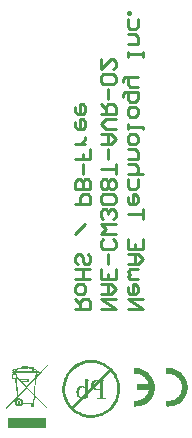
<source format=gbo>
G04 Layer_Color=32896*
%FSLAX25Y25*%
%MOIN*%
G70*
G01*
G75*
%ADD17C,0.01000*%
G36*
X317167Y216647D02*
Y216601D01*
Y216508D01*
Y216416D01*
Y216323D01*
Y216231D01*
Y216184D01*
Y216161D01*
Y215791D01*
Y215444D01*
Y215282D01*
Y215166D01*
Y215097D01*
Y215073D01*
Y214657D01*
Y214472D01*
Y214310D01*
Y214171D01*
Y214078D01*
Y214009D01*
Y213986D01*
Y213824D01*
Y213708D01*
Y213616D01*
Y213569D01*
Y213500D01*
X304509D01*
Y213523D01*
Y213569D01*
Y213755D01*
Y213916D01*
Y213963D01*
Y213986D01*
Y214356D01*
Y214703D01*
Y214865D01*
Y214981D01*
Y215050D01*
Y215073D01*
Y215490D01*
Y215675D01*
Y215837D01*
Y215976D01*
Y216069D01*
Y216138D01*
Y216161D01*
Y216323D01*
Y216462D01*
Y216554D01*
Y216601D01*
Y216647D01*
Y216670D01*
X317167D01*
Y216647D01*
D02*
G37*
G36*
X318000Y234210D02*
X314089Y230138D01*
X313974Y229027D01*
X313719Y226366D01*
X313534Y224445D01*
X317722Y220118D01*
X317445Y219840D01*
X313488Y223890D01*
X313256Y221414D01*
X313141D01*
Y220465D01*
X312261D01*
Y221414D01*
X309531D01*
X309438Y221229D01*
X309299Y221044D01*
X309114Y220835D01*
X308860Y220650D01*
X308559Y220558D01*
X308281Y220535D01*
X308003D01*
X307795Y220604D01*
X307541Y220696D01*
X307332Y220835D01*
X307171Y220997D01*
X307009Y221229D01*
X306893Y221483D01*
X306823Y221715D01*
X306800Y221923D01*
X306823Y222154D01*
X306870Y222340D01*
X306939Y222525D01*
X307032Y222710D01*
X307147Y222872D01*
X307309Y223034D01*
X307494Y223149D01*
X307656Y223219D01*
X307633Y223427D01*
X304162Y219840D01*
X303885Y220141D01*
X307587Y223982D01*
X307286Y227338D01*
X307078Y229767D01*
X305967D01*
Y231318D01*
X306268D01*
X303445Y234210D01*
X303746Y234488D01*
X306384Y231757D01*
Y231966D01*
X306337Y232012D01*
X306268Y232058D01*
X306199Y232128D01*
X306129Y232197D01*
X306083Y232313D01*
X306060Y232405D01*
X306037Y232521D01*
X306060Y232660D01*
X306106Y232752D01*
X306199Y232914D01*
X306314Y233007D01*
X306476Y233076D01*
X306638Y233100D01*
X306800Y233076D01*
X306939Y233030D01*
X307055Y232961D01*
X307101Y232891D01*
X307217Y232984D01*
X307379Y233100D01*
X307587Y233192D01*
X307888Y233308D01*
X308212Y233400D01*
X308536Y233470D01*
X308883Y233539D01*
X309160Y233562D01*
Y233910D01*
X311382D01*
Y233609D01*
X311567D01*
X311845Y233586D01*
X312146Y233539D01*
X312446Y233493D01*
Y233678D01*
X313395D01*
Y233238D01*
X313511Y233169D01*
X313673Y233100D01*
X313835Y233007D01*
X313974Y232914D01*
X314112Y232799D01*
X314205Y232706D01*
X314251Y232637D01*
X314298Y232544D01*
X314275Y232382D01*
X314830D01*
Y231665D01*
X314228D01*
X314136Y230762D01*
X317722Y234488D01*
X318000Y234210D01*
D02*
G37*
G36*
X333068Y236062D02*
X333785Y235969D01*
X334456Y235830D01*
X335104Y235645D01*
X335706Y235437D01*
X336261Y235182D01*
X336793Y234928D01*
X337256Y234673D01*
X337696Y234395D01*
X338066Y234141D01*
X338390Y233910D01*
X338668Y233678D01*
X338899Y233493D01*
X339038Y233354D01*
X339154Y233262D01*
X339177Y233238D01*
X339663Y232683D01*
X340103Y232128D01*
X340496Y231549D01*
X340797Y230971D01*
X341074Y230392D01*
X341306Y229814D01*
X341491Y229281D01*
X341653Y228749D01*
X341769Y228263D01*
X341861Y227800D01*
X341907Y227407D01*
X341954Y227060D01*
X341977Y226782D01*
X342000Y226574D01*
Y226435D01*
Y226412D01*
Y226389D01*
X341977Y225648D01*
X341884Y224954D01*
X341745Y224260D01*
X341560Y223635D01*
X341352Y223034D01*
X341097Y222455D01*
X340843Y221946D01*
X340588Y221460D01*
X340334Y221044D01*
X340079Y220650D01*
X339825Y220326D01*
X339617Y220049D01*
X339432Y219840D01*
X339293Y219678D01*
X339200Y219563D01*
X339177Y219539D01*
X338645Y219054D01*
X338066Y218614D01*
X337488Y218221D01*
X336909Y217920D01*
X336331Y217642D01*
X335775Y217411D01*
X335220Y217226D01*
X334688Y217064D01*
X334202Y216948D01*
X333739Y216855D01*
X333346Y216809D01*
X332998Y216763D01*
X332721Y216740D01*
X332513Y216717D01*
X332328D01*
X331587Y216740D01*
X330893Y216832D01*
X330222Y216971D01*
X329574Y217156D01*
X328972Y217364D01*
X328417Y217619D01*
X327885Y217874D01*
X327422Y218128D01*
X326982Y218383D01*
X326612Y218637D01*
X326288Y218892D01*
X326010Y219100D01*
X325779Y219285D01*
X325640Y219424D01*
X325524Y219516D01*
X325501Y219539D01*
X324992Y220095D01*
X324552Y220650D01*
X324182Y221229D01*
X323858Y221807D01*
X323581Y222386D01*
X323349Y222964D01*
X323164Y223520D01*
X323002Y224029D01*
X322886Y224515D01*
X322794Y224977D01*
X322747Y225371D01*
X322701Y225718D01*
X322678Y225996D01*
X322655Y226204D01*
Y226343D01*
Y226389D01*
X322678Y227130D01*
X322771Y227824D01*
X322909Y228518D01*
X323095Y229143D01*
X323303Y229744D01*
X323557Y230323D01*
X323812Y230832D01*
X324066Y231318D01*
X324344Y231757D01*
X324599Y232128D01*
X324830Y232452D01*
X325061Y232729D01*
X325247Y232961D01*
X325385Y233100D01*
X325478Y233215D01*
X325501Y233238D01*
X326033Y233748D01*
X326612Y234187D01*
X327167Y234557D01*
X327769Y234881D01*
X328324Y235159D01*
X328903Y235390D01*
X329458Y235576D01*
X329967Y235737D01*
X330453Y235853D01*
X330916Y235946D01*
X331309Y235992D01*
X331656Y236038D01*
X331934Y236062D01*
X332142Y236085D01*
X332328D01*
X333068Y236062D01*
D02*
G37*
G36*
X347562Y233366D02*
X348047Y233320D01*
X348487Y233204D01*
X348927Y233088D01*
X349320Y232949D01*
X349713Y232787D01*
X350061Y232625D01*
X350361Y232440D01*
X350662Y232255D01*
X350917Y232093D01*
X351125Y231931D01*
X351310Y231792D01*
X351472Y231677D01*
X351565Y231584D01*
X351634Y231515D01*
X351657Y231491D01*
X351981Y231121D01*
X352282Y230751D01*
X352537Y230381D01*
X352745Y229987D01*
X352930Y229594D01*
X353069Y229224D01*
X353208Y228854D01*
X353300Y228506D01*
X353370Y228183D01*
X353439Y227882D01*
X353462Y227604D01*
X353508Y227373D01*
Y227187D01*
X353532Y227049D01*
Y226956D01*
Y226933D01*
X353508Y226447D01*
X353439Y225984D01*
X353346Y225521D01*
X353231Y225105D01*
X353092Y224688D01*
X352930Y224318D01*
X352768Y223971D01*
X352583Y223647D01*
X352421Y223369D01*
X352259Y223115D01*
X352097Y222907D01*
X351958Y222721D01*
X351819Y222559D01*
X351727Y222467D01*
X351680Y222397D01*
X351657Y222374D01*
X351287Y222050D01*
X350917Y221750D01*
X350523Y221495D01*
X350130Y221287D01*
X349760Y221102D01*
X349366Y220963D01*
X348996Y220824D01*
X348649Y220731D01*
X348325Y220662D01*
X348024Y220593D01*
X347747Y220569D01*
X347515Y220523D01*
X347330D01*
X347191Y220500D01*
X346844D01*
X346636Y220523D01*
X346428D01*
X346451Y222467D01*
X346659Y222444D01*
X346867Y222421D01*
X347076D01*
X347376Y222444D01*
X347654Y222467D01*
X348186Y222583D01*
X348672Y222745D01*
X349089Y222930D01*
X349436Y223092D01*
X349575Y223184D01*
X349690Y223254D01*
X349806Y223323D01*
X349875Y223369D01*
X349899Y223416D01*
X349922D01*
X350338Y223809D01*
X350685Y224249D01*
X350963Y224665D01*
X351171Y225082D01*
X351310Y225429D01*
X351380Y225591D01*
X351426Y225730D01*
X351449Y225822D01*
X351472Y225915D01*
X351495Y225961D01*
Y225984D01*
X347724D01*
Y227905D01*
X351495D01*
X351333Y228460D01*
X351102Y228969D01*
X350847Y229409D01*
X350593Y229779D01*
X350338Y230080D01*
X350130Y230288D01*
X349968Y230427D01*
X349945Y230473D01*
X349922D01*
X349690Y230659D01*
X349436Y230797D01*
X348950Y231052D01*
X348464Y231237D01*
X348024Y231353D01*
X347654Y231422D01*
X347492Y231445D01*
X347353D01*
X347238Y231468D01*
X346844D01*
X346636Y231445D01*
X346474Y231422D01*
X346428D01*
Y233366D01*
X346682Y233389D01*
X347076D01*
X347562Y233366D01*
D02*
G37*
G36*
X358530D02*
X359016Y233320D01*
X359455Y233204D01*
X359895Y233088D01*
X360289Y232949D01*
X360682Y232787D01*
X361029Y232625D01*
X361330Y232440D01*
X361631Y232255D01*
X361885Y232093D01*
X362093Y231931D01*
X362279Y231792D01*
X362440Y231677D01*
X362533Y231584D01*
X362602Y231515D01*
X362626Y231491D01*
X362950Y231121D01*
X363250Y230751D01*
X363505Y230381D01*
X363713Y229987D01*
X363898Y229594D01*
X364037Y229224D01*
X364176Y228854D01*
X364269Y228506D01*
X364338Y228183D01*
X364407Y227882D01*
X364431Y227604D01*
X364477Y227373D01*
Y227187D01*
X364500Y227049D01*
Y226956D01*
Y226933D01*
X364477Y226447D01*
X364407Y225984D01*
X364315Y225521D01*
X364199Y225105D01*
X364060Y224688D01*
X363898Y224318D01*
X363736Y223971D01*
X363551Y223647D01*
X363389Y223369D01*
X363227Y223115D01*
X363065Y222907D01*
X362927Y222721D01*
X362788Y222559D01*
X362695Y222467D01*
X362649Y222397D01*
X362626Y222374D01*
X362255Y222050D01*
X361885Y221750D01*
X361492Y221495D01*
X361098Y221287D01*
X360728Y221102D01*
X360335Y220963D01*
X359965Y220824D01*
X359617Y220731D01*
X359294Y220662D01*
X358993Y220593D01*
X358715Y220569D01*
X358484Y220523D01*
X358298D01*
X358160Y220500D01*
X357812D01*
X357604Y220523D01*
X357396D01*
Y222467D01*
X357627Y222444D01*
X357836Y222421D01*
X358044D01*
X358391Y222444D01*
X358715Y222467D01*
X359039Y222536D01*
X359340Y222629D01*
X359872Y222837D01*
X360335Y223092D01*
X360543Y223207D01*
X360728Y223323D01*
X360867Y223439D01*
X361006Y223531D01*
X361098Y223624D01*
X361168Y223693D01*
X361214Y223716D01*
X361237Y223740D01*
X361469Y223994D01*
X361677Y224272D01*
X361839Y224526D01*
X362001Y224804D01*
X362117Y225082D01*
X362232Y225336D01*
X362394Y225845D01*
X362487Y226285D01*
X362510Y226470D01*
X362533Y226632D01*
X362556Y226748D01*
Y226840D01*
Y226910D01*
Y226933D01*
X362533Y227280D01*
X362510Y227604D01*
X362440Y227928D01*
X362348Y228229D01*
X362140Y228761D01*
X361885Y229224D01*
X361770Y229432D01*
X361654Y229617D01*
X361538Y229756D01*
X361445Y229895D01*
X361353Y229987D01*
X361283Y230057D01*
X361260Y230103D01*
X361237Y230126D01*
X360983Y230358D01*
X360728Y230566D01*
X360451Y230751D01*
X360173Y230913D01*
X359918Y231029D01*
X359641Y231144D01*
X359155Y231306D01*
X358715Y231399D01*
X358507Y231422D01*
X358368Y231445D01*
X358229Y231468D01*
X357812D01*
X357604Y231445D01*
X357442Y231422D01*
X357396D01*
Y233366D01*
X357604Y233389D01*
X358044D01*
X358530Y233366D01*
D02*
G37*
%LPC*%
G36*
X308351Y222640D02*
X308235D01*
X308003Y222617D01*
X307841Y222525D01*
X307703Y222432D01*
X307633Y222293D01*
X307587Y222178D01*
X307541Y222062D01*
Y221969D01*
Y221946D01*
X307564Y221715D01*
X307656Y221553D01*
X307749Y221414D01*
X307888Y221344D01*
X308003Y221298D01*
X308119Y221275D01*
X308212Y221252D01*
X308235D01*
X308466Y221275D01*
X308628Y221368D01*
X308767Y221483D01*
X308837Y221599D01*
X308883Y221738D01*
X308906Y221830D01*
X308929Y221923D01*
Y221946D01*
X308906Y222178D01*
X308813Y222340D01*
X308698Y222478D01*
X308582Y222548D01*
X308443Y222594D01*
X308351Y222640D01*
D02*
G37*
G36*
X312747Y221414D02*
X312655D01*
Y220859D01*
X312747D01*
Y221414D01*
D02*
G37*
G36*
X313395Y232776D02*
Y232382D01*
X313881D01*
Y232452D01*
X313765Y232567D01*
X313627Y232660D01*
X313395Y232776D01*
D02*
G37*
G36*
X306684Y232706D02*
X306661D01*
X306546Y232683D01*
X306476Y232614D01*
X306453Y232521D01*
Y232498D01*
X306476Y232382D01*
X306546Y232336D01*
X306638Y232313D01*
X306661D01*
X306777Y232336D01*
X306823Y232405D01*
X306846Y232475D01*
Y232498D01*
X306823Y232614D01*
X306754Y232683D01*
X306684Y232706D01*
D02*
G37*
G36*
X307147Y230924D02*
X306384D01*
Y230161D01*
X307147D01*
Y230924D01*
D02*
G37*
G36*
X310965Y233516D02*
X309554D01*
Y233285D01*
X310965D01*
Y233516D01*
D02*
G37*
G36*
X311382Y233192D02*
Y232891D01*
X309160D01*
Y233146D01*
X308698Y233076D01*
X308281Y232984D01*
X307934Y232891D01*
X307656Y232752D01*
X307448Y232637D01*
X307286Y232475D01*
Y232382D01*
X312446D01*
Y233053D01*
X312122Y233123D01*
X311775Y233169D01*
X311382Y233192D01*
D02*
G37*
G36*
X313002Y233285D02*
X312840D01*
Y232752D01*
X313002D01*
Y233285D01*
D02*
G37*
G36*
X311035Y229189D02*
X308952D01*
Y229050D01*
X311035D01*
Y229189D01*
D02*
G37*
G36*
X307541Y229999D02*
Y229767D01*
X307494D01*
X307957Y224376D01*
X310479Y226991D01*
X308860Y228657D01*
X308513D01*
Y229004D01*
X307541Y229999D01*
D02*
G37*
G36*
X310757Y226690D02*
X308003Y223844D01*
X308050Y223335D01*
X308235Y223358D01*
X308443Y223335D01*
X308698Y223265D01*
X308952Y223149D01*
X309137Y223010D01*
X309299Y222849D01*
X309461Y222617D01*
X309577Y222340D01*
X309647Y222039D01*
X309623Y221830D01*
X312886D01*
X313118Y224260D01*
X310757Y226690D01*
D02*
G37*
G36*
X313812Y231665D02*
X307332D01*
X307379Y231318D01*
X307541D01*
Y230577D01*
X308513Y229582D01*
X311428D01*
Y228657D01*
X309415D01*
X310757Y227268D01*
X313696Y230323D01*
X313812Y231665D01*
D02*
G37*
G36*
X313627Y229675D02*
X311035Y226991D01*
X313164Y224792D01*
X313627Y229675D01*
D02*
G37*
%LPD*%
G36*
X308397Y222386D02*
X308513Y222340D01*
X308582Y222270D01*
X308628Y222178D01*
X308698Y222016D01*
Y221969D01*
Y221946D01*
X308675Y221784D01*
X308628Y221668D01*
X308559Y221599D01*
X308466Y221553D01*
X308304Y221483D01*
X308235D01*
X308073Y221506D01*
X307957Y221553D01*
X307888Y221622D01*
X307818Y221715D01*
X307772Y221877D01*
Y221923D01*
Y221946D01*
X307795Y222108D01*
X307841Y222224D01*
X307911Y222293D01*
X308003Y222363D01*
X308166Y222409D01*
X308235D01*
X308397Y222386D01*
D02*
G37*
%LPC*%
G36*
X308258Y222016D02*
X308189D01*
X308166Y221992D01*
Y221969D01*
Y221946D01*
Y221900D01*
X308189Y221877D01*
X308235D01*
X308281Y221900D01*
X308304Y221923D01*
Y221946D01*
X308281Y221992D01*
X308258Y222016D01*
D02*
G37*
G36*
X332489Y235113D02*
X332328D01*
X331656Y235090D01*
X331032Y234997D01*
X330407Y234881D01*
X329852Y234719D01*
X329296Y234511D01*
X328787Y234303D01*
X328324Y234071D01*
X327885Y233840D01*
X327514Y233586D01*
X327167Y233354D01*
X326866Y233146D01*
X326635Y232938D01*
X326427Y232776D01*
X326288Y232660D01*
X326195Y232567D01*
X326172Y232544D01*
X325733Y232058D01*
X325339Y231549D01*
X324992Y231040D01*
X324691Y230508D01*
X324460Y229999D01*
X324252Y229490D01*
X324090Y228981D01*
X323951Y228518D01*
X323835Y228078D01*
X323766Y227662D01*
X323696Y227315D01*
X323673Y226991D01*
X323650Y226736D01*
X323627Y226551D01*
Y226435D01*
Y226389D01*
X323650Y225718D01*
X323743Y225093D01*
X323858Y224492D01*
X324020Y223913D01*
X324205Y223358D01*
X324437Y222849D01*
X324668Y222386D01*
X324900Y221969D01*
X325131Y221576D01*
X325362Y221229D01*
X325571Y220928D01*
X325779Y220696D01*
X325840Y220618D01*
X325825Y220604D01*
X325999Y220419D01*
X326057Y220349D01*
X326149Y220257D01*
X326172Y220234D01*
X325999Y220419D01*
X325941Y220488D01*
X325840Y220618D01*
X328509Y223288D01*
X328370Y223381D01*
X328255Y223473D01*
X328162Y223543D01*
X328139Y223566D01*
X327885Y223844D01*
X327699Y224167D01*
X327561Y224468D01*
X327468Y224769D01*
X327422Y225024D01*
X327376Y225232D01*
Y225371D01*
Y225394D01*
Y225417D01*
X327399Y225764D01*
X327445Y226088D01*
X327537Y226343D01*
X327607Y226574D01*
X327699Y226759D01*
X327792Y226875D01*
X327838Y226968D01*
X327861Y226991D01*
X328047Y227176D01*
X328255Y227315D01*
X328440Y227430D01*
X328625Y227500D01*
X328787Y227546D01*
X328903Y227569D01*
X329018D01*
X329296Y227523D01*
X329551Y227430D01*
X329782Y227291D01*
X329967Y227130D01*
X330152Y226968D01*
X330268Y226829D01*
X330361Y226736D01*
X330384Y226690D01*
Y229814D01*
X330592D01*
X331888Y229281D01*
X331818Y229119D01*
X331680Y229166D01*
X331587Y229189D01*
X331494D01*
X331356Y229166D01*
X331332Y229143D01*
X331309D01*
X331263Y229073D01*
X331217Y229004D01*
X331194Y228934D01*
Y228911D01*
Y228819D01*
X331171Y228703D01*
Y228402D01*
Y228240D01*
Y228124D01*
Y228032D01*
Y228009D01*
Y225926D01*
X332304Y227083D01*
X332258Y227315D01*
X332212Y227523D01*
Y227615D01*
Y227662D01*
Y227708D01*
Y227731D01*
X332235Y227939D01*
X332258Y228124D01*
X332328Y228310D01*
X332374Y228448D01*
X332443Y228564D01*
X332513Y228657D01*
X332536Y228703D01*
X332559Y228726D01*
X332698Y228888D01*
X332837Y229004D01*
X332975Y229119D01*
X333114Y229189D01*
X333230Y229258D01*
X333299Y229305D01*
X333369Y229328D01*
X333392D01*
X333600Y229397D01*
X333808Y229444D01*
X334040Y229467D01*
X334248Y229490D01*
X334433Y229513D01*
X334734D01*
X338136Y232891D01*
X338483Y232544D01*
X338737Y232290D01*
X338622Y232429D01*
X338529Y232521D01*
X338506Y232544D01*
X338020Y233007D01*
X337511Y233400D01*
X336979Y233724D01*
X336446Y234025D01*
X335937Y234280D01*
X335428Y234488D01*
X334919Y234650D01*
X334456Y234789D01*
X334017Y234905D01*
X333600Y234974D01*
X333253Y235043D01*
X332929Y235067D01*
X332675Y235090D01*
X332489Y235113D01*
D02*
G37*
G36*
X334317Y229096D02*
X334179Y229050D01*
X334063Y229004D01*
X333970Y228958D01*
X333947Y228934D01*
X333739Y228772D01*
X333600Y228610D01*
X333485Y228472D01*
X333461Y228425D01*
Y228402D01*
X333392Y228287D01*
X333369Y228194D01*
X333346Y228148D01*
Y228124D01*
X334317Y229096D01*
D02*
G37*
G36*
X338737Y232290D02*
X338798Y232212D01*
X336099Y229513D01*
X337094D01*
Y229328D01*
X336840D01*
X336608Y229305D01*
X336446Y229235D01*
X336331Y229143D01*
X336308Y229119D01*
X336261Y229050D01*
X336215Y228958D01*
X336192Y228703D01*
X336169Y228587D01*
Y228472D01*
Y228402D01*
Y228379D01*
Y224237D01*
Y224052D01*
X336192Y223890D01*
Y223774D01*
X336215Y223682D01*
X336238Y223612D01*
Y223566D01*
X336261Y223543D01*
X336331Y223450D01*
X336423Y223404D01*
X336608Y223311D01*
X336770Y223288D01*
X337094D01*
Y223103D01*
X334341D01*
Y223288D01*
X334595D01*
X334827Y223311D01*
X334989Y223381D01*
X335081Y223450D01*
X335127Y223473D01*
X335174Y223543D01*
X335197Y223658D01*
X335243Y223913D01*
X335266Y224029D01*
Y224144D01*
Y224214D01*
Y224237D01*
Y226088D01*
X335035Y226042D01*
X334850Y226019D01*
X334734Y225996D01*
X334688D01*
X334479Y225973D01*
X334179D01*
X333901Y225996D01*
X333646Y226019D01*
X333438Y226088D01*
X333253Y226158D01*
X333091Y226204D01*
X332998Y226273D01*
X332929Y226296D01*
X332906Y226320D01*
X331171Y224561D01*
Y223520D01*
X330870Y223335D01*
X330615Y223219D01*
X330499Y223172D01*
X330430Y223126D01*
X330384Y223103D01*
X330361D01*
X330083Y223034D01*
X329852Y222987D01*
X329736Y222964D01*
X329574D01*
X326524Y219915D01*
X326658Y219794D01*
X327167Y219401D01*
X327676Y219054D01*
X328209Y218753D01*
X328718Y218521D01*
X329227Y218313D01*
X329736Y218151D01*
X330199Y218012D01*
X330638Y217897D01*
X331055Y217827D01*
X331402Y217758D01*
X331726Y217735D01*
X331980Y217711D01*
X332166Y217688D01*
X332328D01*
X332998Y217711D01*
X333623Y217804D01*
X334248Y217920D01*
X334804Y218082D01*
X335359Y218290D01*
X335868Y218498D01*
X336331Y218730D01*
X336770Y218961D01*
X337164Y219192D01*
X337511Y219424D01*
X337789Y219655D01*
X338043Y219840D01*
X338251Y220002D01*
X338390Y220118D01*
X338483Y220211D01*
X338506Y220234D01*
X338946Y220720D01*
X339339Y221229D01*
X339686Y221738D01*
X339987Y222270D01*
X340218Y222779D01*
X340426Y223311D01*
X340588Y223797D01*
X340727Y224260D01*
X340843Y224700D01*
X340912Y225116D01*
X340982Y225463D01*
X341005Y225787D01*
X341028Y226042D01*
X341051Y226227D01*
Y226343D01*
Y226389D01*
X341028Y227060D01*
X340936Y227685D01*
X340820Y228310D01*
X340658Y228865D01*
X340450Y229420D01*
X340241Y229929D01*
X340010Y230392D01*
X339779Y230832D01*
X339547Y231202D01*
X339316Y231549D01*
X339084Y231850D01*
X338899Y232081D01*
X338798Y232212D01*
X338807Y232220D01*
X338737Y232290D01*
D02*
G37*
G36*
X326172Y220234D02*
X326519Y219910D01*
X326524Y219915D01*
X326172Y220234D01*
D02*
G37*
G36*
X335266Y228657D02*
X333485Y226875D01*
X333531Y226782D01*
X333600Y226713D01*
X333623Y226690D01*
X333646Y226667D01*
X333785Y226528D01*
X333924Y226435D01*
X334063Y226366D01*
X334202Y226320D01*
X334317Y226296D01*
X334410Y226273D01*
X334595D01*
X334711Y226296D01*
X334827D01*
X334965Y226320D01*
X335104Y226343D01*
X335220Y226366D01*
X335266D01*
Y228657D01*
D02*
G37*
G36*
X329435Y226875D02*
X329389D01*
X329227Y226852D01*
X329065Y226805D01*
X328787Y226667D01*
X328695Y226574D01*
X328625Y226505D01*
X328579Y226458D01*
X328556Y226435D01*
X328440Y226250D01*
X328347Y226042D01*
X328278Y225834D01*
X328232Y225625D01*
X328209Y225440D01*
X328185Y225301D01*
Y225209D01*
Y225163D01*
X328209Y224839D01*
X328232Y224561D01*
X328301Y224329D01*
X328370Y224144D01*
X328440Y223982D01*
X328486Y223890D01*
X328533Y223820D01*
X328556Y223797D01*
X328625Y223682D01*
X328695Y223612D01*
X328764Y223566D01*
X328787Y223543D01*
X330384Y225139D01*
Y226389D01*
X330175Y226574D01*
X330037Y226690D01*
X329921Y226736D01*
X329898Y226759D01*
X329713Y226829D01*
X329551Y226852D01*
X329435Y226875D01*
D02*
G37*
%LPD*%
D17*
X344500Y253000D02*
X349498D01*
X344500Y256332D01*
X349498D01*
X344500Y260498D02*
Y258831D01*
X345333Y257998D01*
X346999D01*
X347832Y258831D01*
Y260498D01*
X346999Y261331D01*
X346166D01*
Y257998D01*
X347832Y262997D02*
X345333D01*
X344500Y263830D01*
X345333Y264663D01*
X344500Y265496D01*
X345333Y266329D01*
X347832D01*
X344500Y267995D02*
X347832D01*
X349498Y269661D01*
X347832Y271327D01*
X344500D01*
X346999D01*
Y267995D01*
X349498Y276326D02*
Y272993D01*
X344500D01*
Y276326D01*
X346999Y272993D02*
Y274660D01*
X349498Y282990D02*
Y286322D01*
Y284656D01*
X344500D01*
Y290488D02*
Y288822D01*
X345333Y287989D01*
X346999D01*
X347832Y288822D01*
Y290488D01*
X346999Y291321D01*
X346166D01*
Y287989D01*
X347832Y296319D02*
Y293820D01*
X346999Y292987D01*
X345333D01*
X344500Y293820D01*
Y296319D01*
X349498Y297985D02*
X344500D01*
X346999D01*
X347832Y298818D01*
Y300485D01*
X346999Y301318D01*
X344500D01*
Y302984D02*
X347832D01*
Y305483D01*
X346999Y306316D01*
X344500D01*
Y308815D02*
Y310481D01*
X345333Y311314D01*
X346999D01*
X347832Y310481D01*
Y308815D01*
X346999Y307982D01*
X345333D01*
X344500Y308815D01*
Y312981D02*
Y314647D01*
Y313814D01*
X349498D01*
Y312981D01*
X344500Y317979D02*
Y319645D01*
X345333Y320478D01*
X346999D01*
X347832Y319645D01*
Y317979D01*
X346999Y317146D01*
X345333D01*
X344500Y317979D01*
X342834Y323810D02*
Y324643D01*
X343667Y325477D01*
X347832D01*
Y322977D01*
X346999Y322144D01*
X345333D01*
X344500Y322977D01*
Y325477D01*
X347832Y327143D02*
X345333D01*
X344500Y327976D01*
Y330475D01*
X343667D01*
X342834Y329642D01*
Y328809D01*
X344500Y330475D02*
X347832D01*
X349498Y337139D02*
Y338806D01*
Y337972D01*
X344500D01*
Y337139D01*
Y338806D01*
Y341305D02*
X347832D01*
Y343804D01*
X346999Y344637D01*
X344500D01*
X347832Y349635D02*
Y347136D01*
X346999Y346303D01*
X345333D01*
X344500Y347136D01*
Y349635D01*
Y351302D02*
X345333D01*
Y352134D01*
X344500D01*
Y351302D01*
X335500Y253000D02*
X340498D01*
X335500Y256332D01*
X340498D01*
X335500Y257998D02*
X338832D01*
X340498Y259665D01*
X338832Y261331D01*
X335500D01*
X337999D01*
Y257998D01*
X340498Y266329D02*
Y262997D01*
X335500D01*
Y266329D01*
X337999Y262997D02*
Y264663D01*
Y267995D02*
Y271327D01*
X339665Y276326D02*
X340498Y275493D01*
Y273827D01*
X339665Y272993D01*
X336333D01*
X335500Y273827D01*
Y275493D01*
X336333Y276326D01*
X340498Y277992D02*
X335500D01*
X337166Y279658D01*
X335500Y281324D01*
X340498D01*
X339665Y282990D02*
X340498Y283823D01*
Y285490D01*
X339665Y286322D01*
X338832D01*
X337999Y285490D01*
Y284656D01*
Y285490D01*
X337166Y286322D01*
X336333D01*
X335500Y285490D01*
Y283823D01*
X336333Y282990D01*
X339665Y287989D02*
X340498Y288822D01*
Y290488D01*
X339665Y291321D01*
X336333D01*
X335500Y290488D01*
Y288822D01*
X336333Y287989D01*
X339665D01*
Y292987D02*
X340498Y293820D01*
Y295486D01*
X339665Y296319D01*
X338832D01*
X337999Y295486D01*
X337166Y296319D01*
X336333D01*
X335500Y295486D01*
Y293820D01*
X336333Y292987D01*
X337166D01*
X337999Y293820D01*
X338832Y292987D01*
X339665D01*
X337999Y293820D02*
Y295486D01*
X340498Y297985D02*
Y301318D01*
Y299652D01*
X335500D01*
X337999Y302984D02*
Y306316D01*
X335500Y307982D02*
X338832D01*
X340498Y309648D01*
X338832Y311314D01*
X335500D01*
X337999D01*
Y307982D01*
X340498Y312981D02*
X337166D01*
X335500Y314647D01*
X337166Y316313D01*
X340498D01*
X335500Y317979D02*
X340498D01*
Y320478D01*
X339665Y321311D01*
X337999D01*
X337166Y320478D01*
Y317979D01*
Y319645D02*
X335500Y321311D01*
X337999Y322977D02*
Y326310D01*
X339665Y327976D02*
X340498Y328809D01*
Y330475D01*
X339665Y331308D01*
X336333D01*
X335500Y330475D01*
Y328809D01*
X336333Y327976D01*
X339665D01*
X335500Y336306D02*
Y332974D01*
X338832Y336306D01*
X339665D01*
X340498Y335473D01*
Y333807D01*
X339665Y332974D01*
X327000Y253000D02*
X331998D01*
Y255499D01*
X331165Y256332D01*
X329499D01*
X328666Y255499D01*
Y253000D01*
Y254666D02*
X327000Y256332D01*
Y258831D02*
Y260498D01*
X327833Y261331D01*
X329499D01*
X330332Y260498D01*
Y258831D01*
X329499Y257998D01*
X327833D01*
X327000Y258831D01*
X331998Y262997D02*
X327000D01*
X329499D01*
Y266329D01*
X331998D01*
X327000D01*
X331165Y271327D02*
X331998Y270494D01*
Y268828D01*
X331165Y267995D01*
X330332D01*
X329499Y268828D01*
Y270494D01*
X328666Y271327D01*
X327833D01*
X327000Y270494D01*
Y268828D01*
X327833Y267995D01*
X327000Y277992D02*
X330332Y281324D01*
X327000Y287989D02*
X331998D01*
Y290488D01*
X331165Y291321D01*
X329499D01*
X328666Y290488D01*
Y287989D01*
X331998Y292987D02*
X327000D01*
Y295486D01*
X327833Y296319D01*
X328666D01*
X329499Y295486D01*
Y292987D01*
Y295486D01*
X330332Y296319D01*
X331165D01*
X331998Y295486D01*
Y292987D01*
X329499Y297985D02*
Y301318D01*
X331998Y306316D02*
Y302984D01*
X329499D01*
Y304650D01*
Y302984D01*
X327000D01*
X330332Y307982D02*
X327000D01*
X328666D01*
X329499Y308815D01*
X330332Y309648D01*
Y310481D01*
X327000Y315480D02*
Y313814D01*
X327833Y312981D01*
X329499D01*
X330332Y313814D01*
Y315480D01*
X329499Y316313D01*
X328666D01*
Y312981D01*
X327000Y320478D02*
Y318812D01*
X327833Y317979D01*
X329499D01*
X330332Y318812D01*
Y320478D01*
X329499Y321311D01*
X328666D01*
Y317979D01*
M02*

</source>
